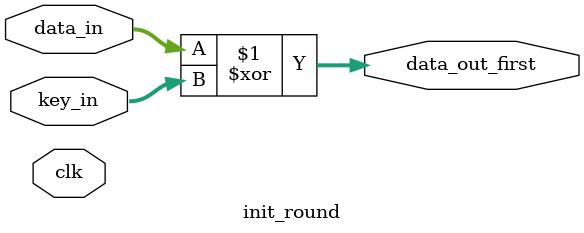
<source format=v>
`timescale 1ns / 1ps

module init_round(clk,data_in,key_in,data_out_first);
input clk;
input [127:0] data_in;
input [127:0] key_in;
output [127:0] data_out_first;

wire [127:0] data_out_first;

assign data_out_first= data_in ^ key_in;
endmodule

</source>
